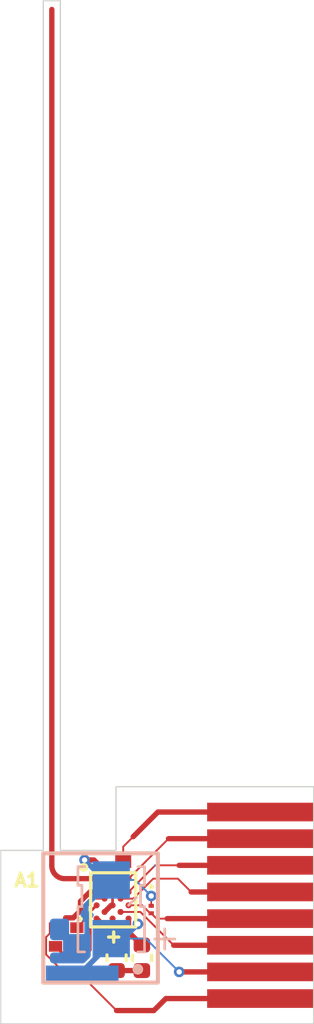
<source format=kicad_pcb>
(kicad_pcb (version 20240108) (generator "pcbnew") (generator_version "8.0")
  (layers (0 "F.Cu" signal) (31 "B.Cu" signal) (34 "B.Paste" user) (35 "F.Paste" user) (36 "B.SilkS" user "B.Silkscreen") (37 "F.SilkS" user "F.Silkscreen") (38 "B.Mask" user) (39 "F.Mask" user) (44 "Edge.Cuts" user))
  (net 0 "")
  (net 1 "/+VE")
  (net 2 "/GND")
  (net 3 "Net-(U1-RFIOp)")
  (net 5 "Net-(U1-XTAL32Mm)")
  (net 6 "Net-(U1-XTAL32Mp)")
  (net 7 "Net-(J1-Pin_2)")
  (net 8 "Net-(J1-Pin_3)")
  (net 9 "Net-(J1-Pin_4)")
  (net 10 "Net-(J1-Pin_5)")
  (net 11 "Net-(J1-Pin_6)")
  (net 12 "Net-(J1-Pin_1)")
  (footprint "KPG-0402SURKKC:KPG-0402SURKKC-TT" (layer "F.Cu") (at 154.85 90.66 -90)
    (property "Reference" "LED1" (hide yes))
    (property "Value" "LED1" (hide yes))
    (fp_circle (center -0.86 0) (end -0.81 0) (stroke (width 0.1)) (fill none) (layer "F.SilkS"))
    (pad "1" smd roundrect (at -0.14 0 270) (size 0.15 0.2) (layers "F.Cu" "F.Mask") (roundrect_rratio 0.06666666667) (net 2 "/GND"))
    (pad "2" smd roundrect (at 0.14 0 270) (size 0.15 0.2) (layers "F.Cu" "F.Mask") (roundrect_rratio 0.06666666667) (net 10 "Net-(J1-Pin_5)"))
  )
  (footprint "Library:FPC_1x08_P1.00mm_plug_3mm" (layer "F.Cu") (at 156.95 90.5)
    (property "Reference" "J1" (hide yes))
    (property "Value" "Conn_01x08_Pin" (hide yes))
    (pad "1" connect rect (at 2 -3.5) (size 4 0.7) (layers "F.Cu" "F.Mask") (net 12 "Net-(J1-Pin_1)"))
    (pad "2" connect rect (at 2 -2.5) (size 4 0.7) (layers "F.Cu" "F.Mask") (net 7 "Net-(J1-Pin_2)"))
    (pad "3" connect rect (at 2 -1.5) (size 4 0.7) (layers "F.Cu" "F.Mask") (net 8 "Net-(J1-Pin_3)"))
    (pad "4" connect rect (at 2 -0.5) (size 4 0.7) (layers "F.Cu" "F.Mask") (net 9 "Net-(J1-Pin_4)"))
    (pad "5" connect rect (at 2 0.5) (size 4 0.7) (layers "F.Cu" "F.Mask") (net 10 "Net-(J1-Pin_5)"))
    (pad "6" connect rect (at 2 1.5) (size 4 0.7) (layers "F.Cu" "F.Mask") (net 11 "Net-(J1-Pin_6)"))
    (pad "7" connect rect (at 2 2.5) (size 4 0.7) (layers "F.Cu" "F.Mask") (net 1 "/+VE"))
    (pad "8" connect rect (at 2 3.5) (size 4 0.7) (layers "F.Cu" "F.Mask") (net 2 "/GND"))
  )
  (footprint "Library:Crystal_SMD_Abracon_ABM13W-4Pin_1.2x1.0mm" (layer "F.Cu") (at 151.66 91.69 180)
    (property "Reference" "Y1" (hide yes))
    (property "Value" "Crystal_GND24" (hide yes))
    (pad "1" smd rect (at -0.4 0.35 180) (size 0.5 0.4) (layers "F.Cu" "F.Paste" "F.Mask") (net 6 "Net-(U1-XTAL32Mp)"))
    (pad "2" smd rect (at 0.4 0.35 180) (size 0.5 0.4) (layers "F.Cu" "F.Paste" "F.Mask") (net 2 "/GND"))
    (pad "3" smd rect (at 0.4 -0.35 180) (size 0.5 0.4) (layers "F.Cu" "F.Paste" "F.Mask") (net 5 "Net-(U1-XTAL32Mm)"))
    (pad "4" smd rect (at -0.4 -0.35 180) (size 0.5 0.4) (layers "F.Cu" "F.Paste" "F.Mask") (net 2 "/GND"))
  )
  (footprint "Capacitor_SMD:C_0402_1005Metric" (layer "F.Cu") (at 154.5 92.47 -90)
    (property "Reference" "C1" (hide yes))
    (property "Value" "C" (hide yes))
    (fp_line (start -0.107836 0.36) (end 0.107836 0.36) (stroke (width 0.12)) (layer "F.SilkS"))
    (fp_line (start -0.107836 -0.36) (end 0.107836 -0.36) (stroke (width 0.12)) (layer "F.SilkS"))
    (pad "1" smd roundrect (at -0.48 0 270) (size 0.56 0.62) (layers "F.Cu" "F.Paste" "F.Mask") (net 1 "/+VE"))
    (pad "2" smd roundrect (at 0.48 0 270) (size 0.56 0.62) (layers "F.Cu" "F.Paste" "F.Mask") (net 2 "/GND"))
  )
  (footprint "" (layer "F.Cu") (at 152.15 93.3625)
    (property "Reference" "" (at 0 0 0) (layer "F.SilkS") (effects (font (size 1.27 1.27))))
    (property "Value" "")
    (pad "2" smd rect (at 0.1125 -0.2625 270) (size 0.675 2.725) (layers "B.Cu" "B.Paste" "B.Mask") (net 1 "/+VE"))
  )
  (footprint "Library:DA14531_17-ball_WLCSP" (layer "F.Cu") (at 153.422 90.295)
    (property "Reference" "U1" (hide yes))
    (property "Value" "DA14531_17-ball_WLCSP" (hide yes))
    (fp_line (start -0.8464 -1.0161) (end -0.8464 1.0161) (stroke (width 0.12)) (layer "F.SilkS"))
    (fp_line (start -0.8464 1.0161) (end 0.8474 1.0161) (stroke (width 0.12)) (layer "F.SilkS"))
    (fp_line (start 0.8474 -1.0161) (end -0.8464 -1.0161) (stroke (width 0.12)) (layer "F.SilkS"))
    (fp_line (start 0.8474 1.0161) (end 0.8474 -1.0161) (stroke (width 0.12)) (layer "F.SilkS"))
    (fp_circle (center -1.1004 -1.2193) (end -1.0242 -1.1431) (stroke (width 0.12)) (fill none) (layer "F.SilkS"))
    (pad "A1" smd circle (at -0.622 -0.795) (size 0.227 0.227) (layers "F.Cu" "F.Paste" "F.Mask") (net 3 "Net-(U1-RFIOp)"))
    (pad "A3" smd circle (at -0.022 -0.795) (size 0.227 0.227) (layers "F.Cu" "F.Paste" "F.Mask") (net 2 "/GND"))
    (pad "A5" smd circle (at 0.578 -0.795) (size 0.227 0.227) (layers "F.Cu" "F.Paste" "F.Mask") (net 7 "Net-(J1-Pin_2)"))
    (pad "B4" smd circle (at 0.278 -0.545) (size 0.227 0.227) (layers "F.Cu" "F.Paste" "F.Mask") (net 12 "Net-(J1-Pin_1)"))
    (pad "C1" smd circle (at -0.622 -0.295) (size 0.227 0.227) (layers "F.Cu" "F.Paste" "F.Mask") (net 2 "/GND"))
    (pad "C3" smd circle (at -0.022 -0.295) (size 0.227 0.227) (layers "F.Cu" "F.Paste" "F.Mask") (net 2 "/GND"))
    (pad "C5" smd circle (at 0.578 -0.295) (size 0.227 0.227) (layers "F.Cu" "F.Paste" "F.Mask") (net 8 "Net-(J1-Pin_3)"))
    (pad "D2" smd circle (at -0.322 -0.045) (size 0.227 0.227) (layers "F.Cu" "F.Paste" "F.Mask") (net 6 "Net-(U1-XTAL32Mp)"))
    (pad "D4" smd circle (at 0.278 -0.045) (size 0.227 0.227) (layers "F.Cu" "F.Paste" "F.Mask") (net 9 "Net-(J1-Pin_4)"))
    (pad "E1" smd circle (at -0.622 0.205) (size 0.227 0.227) (layers "F.Cu" "F.Paste" "F.Mask") (net 5 "Net-(U1-XTAL32Mm)"))
    (pad "E3" smd circle (at -0.022 0.205) (size 0.227 0.227) (layers "F.Cu" "F.Paste" "F.Mask") (net 2 "/GND"))
    (pad "E5" smd circle (at 0.578 0.205) (size 0.227 0.227) (layers "F.Cu" "F.Paste" "F.Mask") (net 10 "Net-(J1-Pin_5)"))
    (pad "F2" smd circle (at -0.322 0.455) (size 0.227 0.227) (layers "F.Cu" "F.Paste" "F.Mask") (net 2 "/GND"))
    (pad "F4" smd circle (at 0.278 0.455) (size 0.227 0.227) (layers "F.Cu" "F.Paste" "F.Mask") (net 11 "Net-(J1-Pin_6)"))
    (pad "G1" smd circle (at -0.622 0.705) (size 0.227 0.227) (layers "F.Cu" "F.Paste" "F.Mask") (net 1 "/+VE"))
    (pad "G3" smd circle (at -0.022 0.705) (size 0.227 0.227) (layers "F.Cu" "F.Paste" "F.Mask"))
    (pad "G5" smd circle (at 0.578 0.705) (size 0.227 0.227) (layers "F.Cu" "F.Paste" "F.Mask") (net 1 "/+VE"))
  )
  (footprint "" (layer "F.Cu") (at 153.4 89.1)
    (property "Reference" "" (at 0 0 0) (layer "F.SilkS") (effects (font (size 1.27 1.27))))
    (property "Value" "")
    (pad "2" smd rect (at 0.4 -0.3 270) (size 0.6 0.6) (layers "F.Cu" "F.Paste" "F.Mask") (net 12 "Net-(J1-Pin_1)"))
  )
  (footprint "" (layer "F.Cu") (at 151.8 93.2)
    (property "Reference" "" (at 0 0 0) (layer "F.SilkS") (effects (font (size 1.27 1.27))))
    (property "Value" "")
    (pad "2" smd rect (at 0.1 -0.1 270) (size 0.675 2) (layers "F.Cu" "F.Paste" "F.Mask") (net 2 "/GND"))
  )
  (footprint "Capacitor_SMD:C_0402_1005Metric" (layer "F.Cu") (at 153.55 92.47 -90)
    (property "Reference" "C1" (hide yes))
    (property "Value" "C" (hide yes))
    (fp_line (start -0.107836 0.36) (end 0.107836 0.36) (stroke (width 0.12)) (layer "F.SilkS"))
    (fp_line (start -0.107836 -0.36) (end 0.107836 -0.36) (stroke (width 0.12)) (layer "F.SilkS"))
    (pad "1" smd roundrect (at -0.48 0 270) (size 0.56 0.62) (layers "F.Cu" "F.Paste" "F.Mask") (net 1 "/+VE"))
    (pad "2" smd roundrect (at 0.48 0 270) (size 0.56 0.62) (layers "F.Cu" "F.Paste" "F.Mask") (net 2 "/GND"))
  )
  (footprint "Library:CAPCP3225X100N_improved" (layer "B.Cu") (at 153.35 90.65 90)
    (property "Reference" "C2" (hide yes))
    (property "Value" "CP3225A" (hide yes))
    (fp_line (start 1.6 -1.25) (end 0.9 -1.25) (stroke (width 0.1)) (layer "B.SilkS"))
    (fp_line (start 0.9 -1.25) (end 0.9 -1.1) (stroke (width 0.1)) (layer "B.SilkS"))
    (fp_line (start 0.1 -1.25) (end -1.6 -1.25) (stroke (width 0.1)) (layer "B.SilkS"))
    (fp_line (start -1.6 -1.25) (end -1.6 -1) (stroke (width 0.1)) (layer "B.SilkS"))
    (fp_line (start 0.9 -1.1) (end 0.1 -1.1) (stroke (width 0.1)) (layer "B.SilkS"))
    (fp_line (start 0.1 -1.1) (end 0.1 -1.25) (stroke (width 0.1)) (layer "B.SilkS"))
    (fp_line (start 1.6 -1) (end 1.6 -1.25) (stroke (width 0.1)) (layer "B.SilkS"))
    (fp_line (start 0.45 0.95) (end 0.15 0.65) (stroke (width 0.1)) (layer "B.SilkS"))
    (fp_line (start 1.6 1) (end 1.6 1.25) (stroke (width 0.1)) (layer "B.SilkS"))
    (fp_line (start 0.9 1.1) (end 0.1 1.1) (stroke (width 0.1)) (layer "B.SilkS"))
    (fp_line (start 0.1 1.1) (end 0.1 1.25) (stroke (width 0.1)) (layer "B.SilkS"))
    (fp_line (start 1.6 1.25) (end 0.9 1.25) (stroke (width 0.1)) (layer "B.SilkS"))
    (fp_line (start 0.9 1.25) (end 0.9 1.1) (stroke (width 0.1)) (layer "B.SilkS"))
    (fp_line (start 0.1 1.25) (end -1.6 1.25) (stroke (width 0.1)) (layer "B.SilkS"))
    (fp_line (start -1.6 1.25) (end -1.6 1) (stroke (width 0.1)) (layer "B.SilkS"))
    (fp_circle (center -2.25 1) (end -2.15 1) (stroke (width 0.2)) (fill none) (layer "B.SilkS"))
    (fp_text user "+" (at -1.8 1.5 -90) (layer "B.SilkS") (effects (font (thickness 0.1)) (justify left bottom mirror)))
    (pad "1" smd rect (at -1.1 0 270) (size 1.4 1.4) (layers "B.Cu" "B.Paste" "B.Mask") (net 1 "/+VE"))
    (pad "2" smd rect (at 1.1 0 270) (size 1.4 1.4) (layers "B.Cu" "B.Paste" "B.Mask") (net 2 "/GND"))
  )
  (gr_arc (start 151.602702 89.5) (mid 151.26 89.357201) (end 151.120095 89.013308) (stroke (width 0.2)) (layer "F.Cu") (net 3))
  (gr_line (start 150.795 93.4) (end 155.1 93.4) (stroke (width 0.15)) (layer "B.SilkS"))
  (gr_line (start 155.1 88.55) (end 155.1 93.4) (stroke (width 0.15)) (layer "B.SilkS"))
  (gr_line (start 150.8 88.55) (end 155.1 88.55) (stroke (width 0.15)) (layer "B.SilkS"))
  (gr_line (start 150.8 93.4) (end 150.8 88.55) (stroke (width 0.15)) (layer "B.SilkS"))
  (gr_line (start 150.8 88.55) (end 155.1 88.55) (stroke (width 0.15)) (layer "F.SilkS"))
  (gr_line (start 155.1 88.55) (end 155.1 93.4) (stroke (width 0.15)) (layer "F.SilkS"))
  (gr_line (start 150.8 93.4) (end 150.8 88.55) (stroke (width 0.15)) (layer "F.SilkS"))
  (gr_line (start 150.795 93.4) (end 155.1 93.4) (stroke (width 0.15)) (layer "F.SilkS"))
  (gr_line (start 150.8 88.44) (end 150.8 56.55) (stroke (width 0.05)) (layer "Edge.Cuts"))
  (gr_line (start 149.2 88.44) (end 150.8 88.44) (stroke (width 0.05)) (layer "Edge.Cuts"))
  (gr_line (start 153.53 86.05) (end 160.95 86.05) (stroke (width 0.05)) (layer "Edge.Cuts"))
  (gr_line (start 151.44 88.44) (end 153.53 88.44) (stroke (width 0.05)) (layer "Edge.Cuts"))
  (gr_line (start 149.2 94.95) (end 160.95 94.95) (stroke (width 0.05)) (layer "Edge.Cuts"))
  (gr_line (start 150.8 56.55) (end 151.44 56.55) (stroke (width 0.05)) (layer "Edge.Cuts"))
  (gr_line (start 160.95 86.05) (end 160.95 94.95) (stroke (width 0.05)) (layer "Edge.Cuts"))
  (gr_line (start 153.53 88.44) (end 153.53 86.05) (stroke (width 0.05)) (layer "Edge.Cuts"))
  (gr_line (start 151.44 56.55) (end 151.44 88.44) (stroke (width 0.05)) (layer "Edge.Cuts"))
  (gr_line (start 149.2 94.95) (end 149.2 88.44) (stroke (width 0.05)) (layer "Edge.Cuts"))
  (gr_text "A1" (at 149.65 89.85 0) (layer "F.SilkS") (effects (font (size 0.5 0.5) (thickness 0.125)) (justify left bottom)))
  (gr_text "." (at 152 91.1 0) (layer "F.SilkS") (effects (font (size 0.5 0.5) (thickness 0.125)) (justify left bottom)))
  (gr_text "+" (at 153.05 91.95 0) (layer "F.SilkS") (effects (font (size 0.5 0.5) (thickness 0.125)) (justify left bottom)))
  (segment (start 155.9 93) (end 158.95 93) (width 0.2) (layer "F.Cu") (net 1))
  (segment (start 154 91.35) (end 154 91) (width 0.2) (layer "F.Cu") (net 1))
  (segment (start 154.35 91.2) (end 154.15 91.4) (width 0.2) (layer "F.Cu") (net 1))
  (segment (start 154.5 91.99) (end 154.49 91.99) (width 0.07) (layer "F.Cu") (net 1))
  (segment (start 154.49 91.99) (end 153.9 91.4) (width 0.2) (layer "F.Cu") (net 1))
  (segment (start 153.55 91.99) (end 153.55 92) (width 0.07) (layer "F.Cu") (net 1))
  (segment (start 153.35 91.4) (end 153.2 91.4) (width 0.2) (layer "F.Cu") (net 1))
  (segment (start 153.55 91.99) (end 153.55 91.4) (width 0.2) (layer "F.Cu") (net 1))
  (segment (start 154.5 91.99) (end 154.5 91.85) (width 0.2) (layer "F.Cu") (net 1))
  (segment (start 153.9 91.4) (end 153.35 91.4) (width 0.2) (layer "F.Cu") (net 1))
  (segment (start 153.2 91.4) (end 152.8 91) (width 0.2) (layer "F.Cu") (net 1))
  (segment (start 154.15 91.4) (end 153.9 91.4) (width 0.2) (layer "F.Cu") (net 1))
  (segment (start 153.55 91.4) (end 153.35 91.4) (width 0.2) (layer "F.Cu") (net 1))
  (via (at 155.9 93) (size 0.4) (drill 0.2) (layers "F.Cu" "B.Cu") (net 1))
  (via (at 154.35 91.2) (size 0.4) (drill 0.2) (layers "F.Cu" "B.Cu") (net 1))
  (segment (start 153.8 91.75) (end 154.35 91.2) (width 0.2) (layer "B.Cu") (net 1))
  (segment (start 153.6 91.5) (end 153.35 91.75) (width 0.2) (layer "B.Cu") (net 1))
  (segment (start 153.35 91.75) (end 153.8 91.75) (width 0.2) (layer "B.Cu") (net 1))
  (segment (start 154.65 91.75) (end 153.35 91.75) (width 0.07) (layer "B.Cu") (net 1))
  (segment (start 153.35 91.75) (end 153.35 91.9) (width 0.2) (layer "B.Cu") (net 1))
  (segment (start 153.35 91.9) (end 152.3 92.95) (width 0.2) (layer "B.Cu") (net 1))
  (segment (start 155.9 93) (end 154.65 91.75) (width 0.07) (layer "B.Cu") (net 1))
  (segment (start 155.4 94) (end 156.05 94) (width 0.07) (layer "F.Cu") (net 2))
  (segment (start 152.2 93.1) (end 153.55 94.45) (width 0.07) (layer "F.Cu") (net 2))
  (segment (start 152.35 88.8) (end 152.33 88.78) (width 0.2) (layer "F.Cu") (net 2))
  (segment (start 153.2865 89.8865) (end 152.9135 89.8865) (width 0.2) (layer "F.Cu") (net 2))
  (segment (start 151.36 91.34) (end 152.06 92.04) (width 0.2) (layer "F.Cu") (net 2))
  (segment (start 150.905 92.345) (end 150.905 91.695) (width 0.07) (layer "F.Cu") (net 2))
  (segment (start 151.64 90.97) (end 151.925 90.97) (width 0.2) (layer "F.Cu") (net 2))
  (segment (start 150.905 91.695) (end 151.26 91.34) (width 0.07) (layer "F.Cu") (net 2))
  (segment (start 153.2865 89.8865) (end 153.2865 89.6135) (width 0.2) (layer "F.Cu") (net 2))
  (segment (start 152.195 90.7) (end 152.195 90.355) (width 0.2) (layer "F.Cu") (net 2))
  (segment (start 151.64 91.16) (end 151.64 90.97) (width 0.2) (layer "F.Cu") (net 2))
  (segment (start 153.55 94.45) (end 154.95 94.45) (width 0.2) (layer "F.Cu") (net 2))
  (segment (start 153.2865 89.6135) (end 153.4 89.5) (width 0.2) (layer "F.Cu") (net 2))
  (segment (start 154.85 90.15) (end 154.85 90.5) (width 0.06) (layer "F.Cu") (net 2))
  (segment (start 151.8 93.1) (end 153.26 93.1) (width 0.2) (layer "F.Cu") (net 2))
  (segment (start 156.05 94) (end 158.95 94) (width 0.07) (layer "F.Cu") (net 2))
  (segment (start 152.7 88.8) (end 153.4 89.5) (width 0.2) (layer "F.Cu") (net 2))
  (segment (start 151.51 92.95) (end 151.65 92.95) (width 0.07) (layer "F.Cu") (net 2))
  (segment (start 153.4 90) (end 153.4 90.5) (width 0.1) (layer "F.Cu") (net 2))
  (segment (start 151.46 91.34) (end 151.64 91.16) (width 0.2) (layer "F.Cu") (net 2))
  (segment (start 154.95 94.45) (end 155.4 94) (width 0.2) (layer "F.Cu") (net 2))
  (segment (start 153.4 90) (end 153.2865 89.8865) (width 0.2) (layer "F.Cu") (net 2))
  (segment (start 153.26 93.1) (end 153.55 92.81) (width 0.2) (layer "F.Cu") (net 2))
  (segment (start 153.4 90.5) (end 153.35 90.5) (width 0.2) (layer "F.Cu") (net 2))
  (segment (start 151.26 91.34) (end 151.46 91.34) (width 0.2) (layer "F.Cu") (net 2))
  (segment (start 152.195 90.355) (end 152.55 90) (width 0.2) (layer "F.Cu") (net 2))
  (segment (start 153.55 92.95) (end 154.5 92.95) (width 0.2) (layer "F.Cu") (net 2))
  (segment (start 152.9135 89.8865) (end 152.8 90) (width 0.2) (layer "F.Cu") (net 2))
  (segment (start 151.65 92.95) (end 151.8 93.1) (width 0.07) (layer "F.Cu") (net 2))
  (segment (start 150.905 92.345) (end 151.51 92.95) (width 0.07) (layer "F.Cu") (net 2))
  (segment (start 152.35 88.8) (end 152.7 88.8) (width 0.2) (layer "F.Cu") (net 2))
  (segment (start 152.55 90) (end 152.8 90) (width 0.2) (layer "F.Cu") (net 2))
  (segment (start 151.26 91.34) (end 151.36 91.34) (width 0.2) (layer "F.Cu") (net 2))
  (segment (start 153.35 90.5) (end 153.1 90.75) (width 0.2) (layer "F.Cu") (net 2))
  (segment (start 155.4 94) (end 158.95 94) (width 0.2) (layer "F.Cu") (net 2))
  (segment (start 151.925 90.97) (end 152.195 90.7) (width 0.2) (layer "F.Cu") (net 2))
  (via (at 154.85 90.15) (size 0.4) (drill 0.2) (layers "F.Cu" "B.Cu") (net 2))
  (via (at 152.35 88.8) (size 0.4) (drill 0.2) (layers "F.Cu" "B.Cu") (net 2))
  (segment (start 152.44 90.94) (end 152.44 91.76) (width 0.2) (layer "B.Cu") (net 2))
  (segment (start 152.44 91.76) (end 151.95 92.25) (width 0.2) (layer "B.Cu") (net 2))
  (segment (start 154.25 89.55) (end 153.35 89.55) (width 0.07) (layer "B.Cu") (net 2))
  (segment (start 153.1 89.55) (end 153.35 89.55) (width 0.2) (layer "B.Cu") (net 2))
  (segment (start 153.35 89.55) (end 152.4 90.5) (width 0.2) (layer "B.Cu") (net 2))
  (segment (start 152.35 88.8) (end 153.1 89.55) (width 0.2) (layer "B.Cu") (net 2))
  (segment (start 152.4 90.9) (end 152.44 90.94) (width 0.2) (layer "B.Cu") (net 2))
  (segment (start 153.7 89.6) (end 153.35 89.6) (width 0.2) (layer "B.Cu") (net 2))
  (segment (start 152.4 90.5) (end 152.4 90.9) (width 0.2) (layer "B.Cu") (net 2))
  (segment (start 154.85 90.15) (end 154.25 89.55) (width 0.07) (layer "B.Cu") (net 2))
  (segment (start 151.12 88.993325) (end 151.12 56.88) (width 0.2) (layer "F.Cu") (net 3))
  (segment (start 151.117393 88.995932) (end 151.12 88.993325) (width 0.2) (layer "F.Cu") (net 3))
  (segment (start 152.8 89.5) (end 151.617376 89.5) (width 0.2) (layer "F.Cu") (net 3))
  (segment (start 152.5665 90.7335) (end 152.5665 92.1835) (width 0.1) (layer "F.Cu") (net 5))
  (segment (start 151.58 92.36) (end 151.26 92.04) (width 0.1) (layer "F.Cu") (net 5))
  (segment (start 152.8 90.5) (end 152.5665 90.7335) (width 0.1) (layer "F.Cu") (net 5))
  (segment (start 152.5665 92.1835) (end 152.39 92.36) (width 0.1) (layer "F.Cu") (net 5))
  (segment (start 152.39 92.36) (end 151.58 92.36) (width 0.1) (layer "F.Cu") (net 5))
  (segment (start 152.62 90.25) (end 152.4 90.47) (width 0.07) (layer "F.Cu") (net 6))
  (segment (start 152.4 90.47) (end 152.4 91) (width 0.07) (layer "F.Cu") (net 6))
  (segment (start 153.1 90.25) (end 152.62 90.25) (width 0.07) (layer "F.Cu") (net 6))
  (segment (start 152.4 91) (end 152.06 91.34) (width 0.07) (layer "F.Cu") (net 6))
  (segment (start 154 89.5) (end 155.5 88) (width 0.07) (layer "F.Cu") (net 7))
  (segment (start 155.5 88) (end 158.95 88) (width 0.2) (layer "F.Cu") (net 7))
  (segment (start 155.9 89) (end 158.95 89) (width 0.2) (layer "F.Cu") (net 8))
  (segment (start 155 89) (end 154 90) (width 0.07) (layer "F.Cu") (net 8))
  (segment (start 155.9 89) (end 155 89) (width 0.07) (layer "F.Cu") (net 8))
  (segment (start 154.966945 89.033055) (end 154.97 89.03) (width 0.07) (layer "B.Cu") (net 8))
  (segment (start 155.85 89.5) (end 156.35 90) (width 0.07) (layer "F.Cu") (net 9))
  (segment (start 154.927262 89.5) (end 155.85 89.5) (width 0.07) (layer "F.Cu") (net 9))
  (segment (start 153.7 90.25) (end 154.177262 90.25) (width 0.07) (layer "F.Cu") (net 9))
  (segment (start 154.177262 90.25) (end 154.927262 89.5) (width 0.07) (layer "F.Cu") (net 9))
  (segment (start 153.7315 90.2185) (end 153.7 90.25) (width 0.07) (layer "F.Cu") (net 9))
  (segment (start 156.35 90) (end 158.95 90) (width 0.2) (layer "F.Cu") (net 9))
  (segment (start 155.45 91) (end 158.95 91) (width 0.2) (layer "F.Cu") (net 10))
  (segment (start 154.645 90.632912) (end 154.812088 90.8) (width 0.07) (layer "F.Cu") (net 10))
  (segment (start 155.45 91) (end 155.05 91) (width 0.07) (layer "F.Cu") (net 10))
  (segment (start 154.812088 90.8) (end 154.85 90.8) (width 0.07) (layer "F.Cu") (net 10))
  (segment (start 154 90.5) (end 154.512088 90.5) (width 0.07) (layer "F.Cu") (net 10))
  (segment (start 154.512088 90.5) (end 154.645 90.632912) (width 0.07) (layer "F.Cu") (net 10))
  (segment (start 155.05 91) (end 154.85 90.8) (width 0.07) (layer "F.Cu") (net 10))
  (segment (start 155.694472 92) (end 158.95 92) (width 0.2) (layer "F.Cu") (net 11))
  (segment (start 154.444472 90.75) (end 153.7 90.75) (width 0.07) (layer "F.Cu") (net 11))
  (segment (start 155.694472 92) (end 154.444472 90.75) (width 0.07) (layer "F.Cu") (net 11))
  (segment (start 153.7 89) (end 153.8 88.9) (width 0.07) (layer "F.Cu") (net 12))
  (segment (start 153.8 88.9) (end 153.8 88.3) (width 0.07) (layer "F.Cu") (net 12))
  (segment (start 153.8 88.3) (end 154.175 87.925) (width 0.07) (layer "F.Cu") (net 12))
  (segment (start 153.7 89.75) (end 153.7 89) (width 0.07) (layer "F.Cu") (net 12))
  (segment (start 155.1 87) (end 158.95 87) (width 0.2) (layer "F.Cu") (net 12))
  (segment (start 154.175 87.925) (end 155.1 87) (width 0.2) (layer "F.Cu") (net 12))
  (zone (net 0) (net_name "") (layer "B.Cu") (connect_pads (clearance 0)) (min_thickness 0.25)
    (keepout (tracks allowed) (vias allowed) (pads allowed) (copperpour not_allowed) (footprints allowed))
    (fill (thermal_gap 0.5) (thermal_bridge_width 0.5))
    (polygon (pts (xy 152.2 88.55) (xy 152.2 91) (xy 151 91) (xy 151 88.55)))
  )
  (zone (net 0) (net_name "") (layer "B.Cu") (connect_pads (clearance 0)) (min_thickness 0.25)
    (keepout (tracks not_allowed) (vias not_allowed) (pads not_allowed) (copperpour not_allowed) (footprints allowed))
    (fill (thermal_gap 0.5) (thermal_bridge_width 0.5))
    (polygon (pts (xy 152.34 91.11) (xy 152.34 91.58) (xy 151.77 91.58) (xy 151.77 91.11)))
  )
  (zone (net 0) (net_name "") (layer "B.Cu") (connect_pads (clearance 0)) (min_thickness 0.25)
    (keepout (tracks allowed) (vias not_allowed) (pads not_allowed) (copperpour not_allowed) (footprints allowed))
    (fill (thermal_gap 0.5) (thermal_bridge_width 0.5))
    (polygon (pts (xy 154.45 93.2) (xy 155.4 93.2) (xy 155.4 88.55) (xy 154.45 88.55)))
  )
  (zone (net 0) (net_name "") (layer "B.Cu") (connect_pads (clearance 0)) (min_thickness 0.25)
    (keepout (tracks allowed) (vias not_allowed) (pads not_allowed) (copperpour not_allowed) (footprints allowed))
    (fill (thermal_gap 0.5) (thermal_bridge_width 0.5))
    (polygon (pts (xy 150.1 93.2) (xy 151.05 93.2) (xy 151.05 88.55) (xy 150.1 88.55)))
  )
  (zone (net 0) (net_name "") (layer "B.Cu") (connect_pads (clearance 0)) (min_thickness 0.25)
    (keepout (tracks allowed) (vias not_allowed) (pads not_allowed) (copperpour not_allowed) (footprints allowed))
    (fill (thermal_gap 0.5) (thermal_bridge_width 0.5))
    (polygon (pts (xy 150.1 88.55) (xy 155.4 88.55) (xy 155.4 87.65) (xy 150.1 87.65)))
  )
  (zone (net 2) (net_name "/GND") (layer "B.Cu") (priority 1) (connect_pads (clearance 0)) (min_thickness 0.25) (fill yes (thermal_gap 0.5) (thermal_bridge_width 0.5))
    (polygon (pts (xy 150.1 87.65) (xy 155.4 87.65) (xy 155.4 94.2) (xy 150.1 94.2)))
  )
  (zone (net 0) (net_name "") (layer "B.Cu") (connect_pads (clearance 0)) (min_thickness 0.25)
    (keepout (tracks allowed) (vias not_allowed) (pads not_allowed) (copperpour not_allowed) (footprints allowed))
    (fill (thermal_gap 0.5) (thermal_bridge_width 0.5))
    (polygon (pts (xy 150.1 94.2) (xy 155.4 94.2) (xy 155.4 93.2) (xy 150.1 93.2)))
  )
  (zone (net 0) (net_name "") (layer "B.Cu") (connect_pads (clearance 0)) (min_thickness 0.25)
    (keepout (tracks not_allowed) (vias not_allowed) (pads not_allowed) (copperpour not_allowed) (footprints allowed))
    (fill (thermal_gap 0.5) (thermal_bridge_width 0.5))
    (polygon (pts (xy 150.98 91.81) (xy 151.54 91.81) (xy 151.54 92.27) (xy 150.98 92.27)))
  )
  (zone (net 0) (net_name "") (layer "B.Cu") (connect_pads (clearance 0)) (min_thickness 0.25)
    (keepout (tracks allowed) (vias allowed) (pads allowed) (copperpour not_allowed) (footprints allowed))
    (fill (thermal_gap 0.5) (thermal_bridge_width 0.5))
    (polygon (pts (xy 153.5 92.5) (xy 154.1 92.5) (xy 154.1 91.85) (xy 154.6 91.85) (xy 154.6 93.25) (xy 153.5 93.25)))
  )
)
</source>
